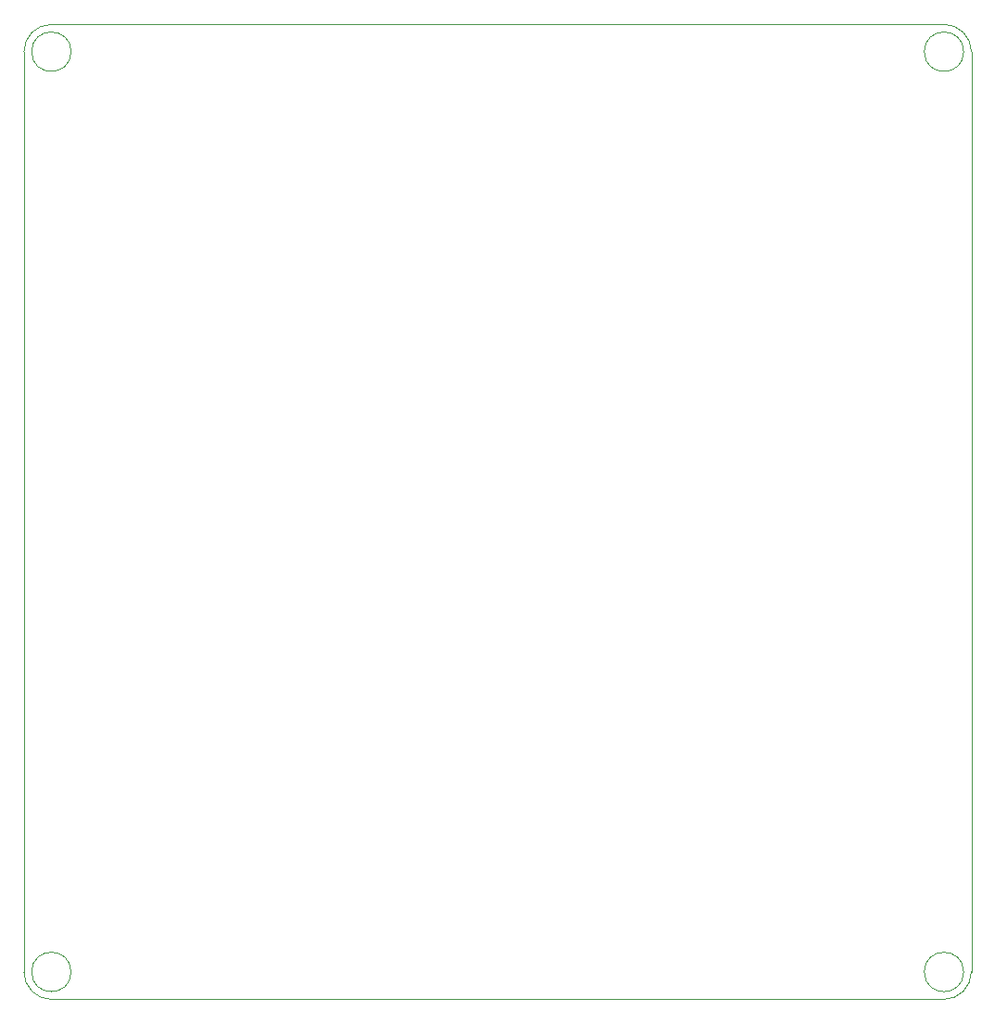
<source format=gbr>
%TF.GenerationSoftware,KiCad,Pcbnew,(6.0.11-0)*%
%TF.CreationDate,2023-02-16T11:16:28+00:00*%
%TF.ProjectId,fauxmac-plus,66617578-6d61-4632-9d70-6c75732e6b69,rev?*%
%TF.SameCoordinates,Original*%
%TF.FileFunction,Profile,NP*%
%FSLAX46Y46*%
G04 Gerber Fmt 4.6, Leading zero omitted, Abs format (unit mm)*
G04 Created by KiCad (PCBNEW (6.0.11-0)) date 2023-02-16 11:16:28*
%MOMM*%
%LPD*%
G01*
G04 APERTURE LIST*
%TA.AperFunction,Profile*%
%ADD10C,0.050000*%
%TD*%
G04 APERTURE END LIST*
D10*
X126500000Y-115000000D02*
X208000000Y-115000000D01*
X210500000Y-112500000D02*
X210500000Y-28500000D01*
X208000000Y-26000000D02*
X126500000Y-26000000D01*
X124000000Y-28500000D02*
X124000000Y-112500000D01*
X124000000Y-112500000D02*
G75*
G03*
X126500000Y-115000000I2500000J0D01*
G01*
X126500000Y-26000000D02*
G75*
G03*
X124000000Y-28500000I0J-2500000D01*
G01*
X128300000Y-112500000D02*
G75*
G03*
X128300000Y-112500000I-1800000J0D01*
G01*
X128300000Y-28500000D02*
G75*
G03*
X128300000Y-28500000I-1800000J0D01*
G01*
X208000000Y-115000000D02*
G75*
G03*
X210500000Y-112500000I0J2500000D01*
G01*
X210500000Y-28500000D02*
G75*
G03*
X208000000Y-26000000I-2500000J0D01*
G01*
X209800000Y-112500000D02*
G75*
G03*
X209800000Y-112500000I-1800000J0D01*
G01*
X209800000Y-28500000D02*
G75*
G03*
X209800000Y-28500000I-1800000J0D01*
G01*
M02*

</source>
